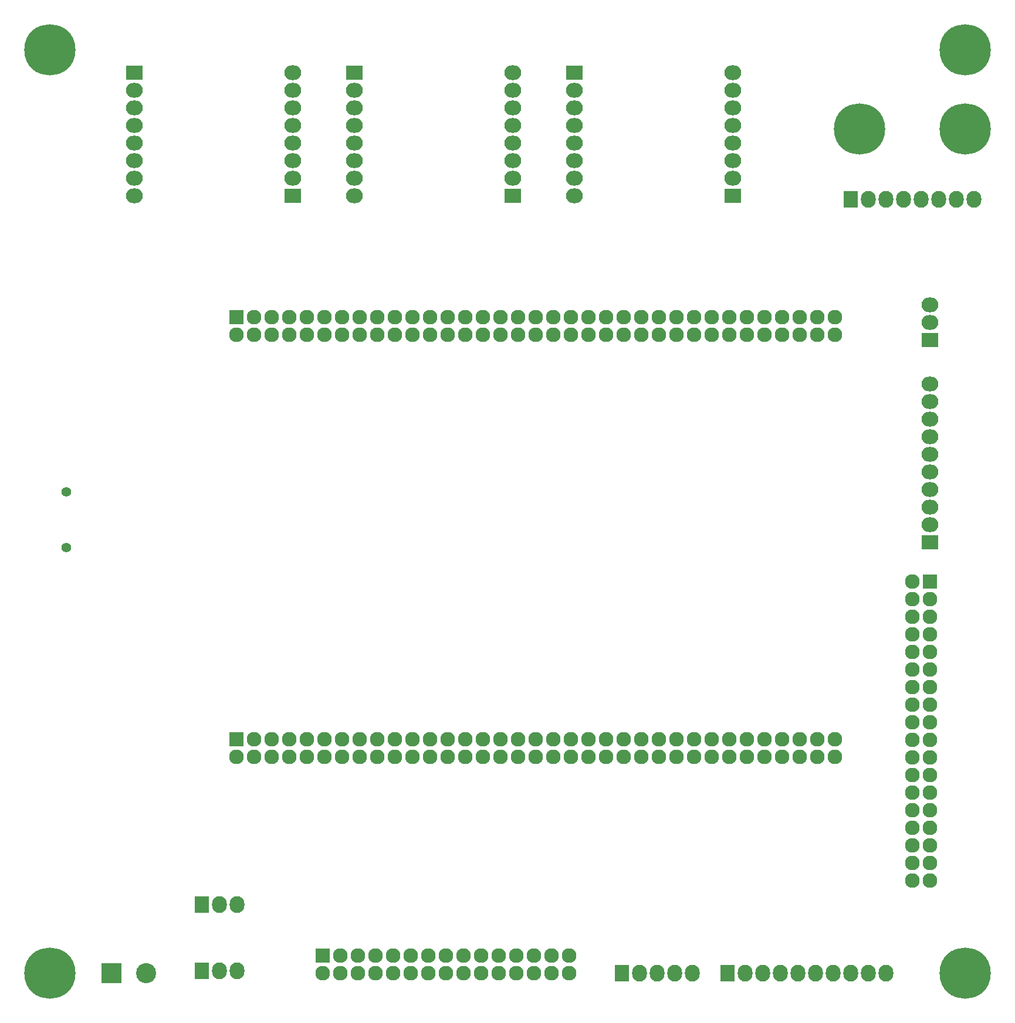
<source format=gbr>
G04 #@! TF.FileFunction,Soldermask,Bot*
%FSLAX46Y46*%
G04 Gerber Fmt 4.6, Leading zero omitted, Abs format (unit mm)*
G04 Created by KiCad (PCBNEW 4.0.5) date 02/11/17 17:25:21*
%MOMM*%
%LPD*%
G01*
G04 APERTURE LIST*
%ADD10C,0.100000*%
%ADD11R,2.127200X2.127200*%
%ADD12O,2.127200X2.127200*%
%ADD13R,2.900000X2.900000*%
%ADD14C,2.900000*%
%ADD15R,2.127200X2.432000*%
%ADD16O,2.127200X2.432000*%
%ADD17R,2.432000X2.127200*%
%ADD18O,2.432000X2.127200*%
%ADD19C,1.400000*%
%ADD20C,7.400000*%
%ADD21C,1.000000*%
G04 APERTURE END LIST*
D10*
D11*
X63754000Y-126238000D03*
D12*
X63754000Y-128778000D03*
X66294000Y-126238000D03*
X66294000Y-128778000D03*
X68834000Y-126238000D03*
X68834000Y-128778000D03*
X71374000Y-126238000D03*
X71374000Y-128778000D03*
X73914000Y-126238000D03*
X73914000Y-128778000D03*
X76454000Y-126238000D03*
X76454000Y-128778000D03*
X78994000Y-126238000D03*
X78994000Y-128778000D03*
X81534000Y-126238000D03*
X81534000Y-128778000D03*
X84074000Y-126238000D03*
X84074000Y-128778000D03*
X86614000Y-126238000D03*
X86614000Y-128778000D03*
X89154000Y-126238000D03*
X89154000Y-128778000D03*
X91694000Y-126238000D03*
X91694000Y-128778000D03*
X94234000Y-126238000D03*
X94234000Y-128778000D03*
X96774000Y-126238000D03*
X96774000Y-128778000D03*
X99314000Y-126238000D03*
X99314000Y-128778000D03*
X101854000Y-126238000D03*
X101854000Y-128778000D03*
X104394000Y-126238000D03*
X104394000Y-128778000D03*
X106934000Y-126238000D03*
X106934000Y-128778000D03*
X109474000Y-126238000D03*
X109474000Y-128778000D03*
X112014000Y-126238000D03*
X112014000Y-128778000D03*
X114554000Y-126238000D03*
X114554000Y-128778000D03*
X117094000Y-126238000D03*
X117094000Y-128778000D03*
X119634000Y-126238000D03*
X119634000Y-128778000D03*
X122174000Y-126238000D03*
X122174000Y-128778000D03*
X124714000Y-126238000D03*
X124714000Y-128778000D03*
X127254000Y-126238000D03*
X127254000Y-128778000D03*
X129794000Y-126238000D03*
X129794000Y-128778000D03*
X132334000Y-126238000D03*
X132334000Y-128778000D03*
X134874000Y-126238000D03*
X134874000Y-128778000D03*
X137414000Y-126238000D03*
X137414000Y-128778000D03*
X139954000Y-126238000D03*
X139954000Y-128778000D03*
X142494000Y-126238000D03*
X142494000Y-128778000D03*
X145034000Y-126238000D03*
X145034000Y-128778000D03*
X147574000Y-126238000D03*
X147574000Y-128778000D03*
X150114000Y-126238000D03*
X150114000Y-128778000D03*
D13*
X45720000Y-160020000D03*
D14*
X50720000Y-160020000D03*
D15*
X152400000Y-48260000D03*
D16*
X154940000Y-48260000D03*
X157480000Y-48260000D03*
X160020000Y-48260000D03*
X162560000Y-48260000D03*
X165100000Y-48260000D03*
X167640000Y-48260000D03*
X170180000Y-48260000D03*
D11*
X63754000Y-65278000D03*
D12*
X63754000Y-67818000D03*
X66294000Y-65278000D03*
X66294000Y-67818000D03*
X68834000Y-65278000D03*
X68834000Y-67818000D03*
X71374000Y-65278000D03*
X71374000Y-67818000D03*
X73914000Y-65278000D03*
X73914000Y-67818000D03*
X76454000Y-65278000D03*
X76454000Y-67818000D03*
X78994000Y-65278000D03*
X78994000Y-67818000D03*
X81534000Y-65278000D03*
X81534000Y-67818000D03*
X84074000Y-65278000D03*
X84074000Y-67818000D03*
X86614000Y-65278000D03*
X86614000Y-67818000D03*
X89154000Y-65278000D03*
X89154000Y-67818000D03*
X91694000Y-65278000D03*
X91694000Y-67818000D03*
X94234000Y-65278000D03*
X94234000Y-67818000D03*
X96774000Y-65278000D03*
X96774000Y-67818000D03*
X99314000Y-65278000D03*
X99314000Y-67818000D03*
X101854000Y-65278000D03*
X101854000Y-67818000D03*
X104394000Y-65278000D03*
X104394000Y-67818000D03*
X106934000Y-65278000D03*
X106934000Y-67818000D03*
X109474000Y-65278000D03*
X109474000Y-67818000D03*
X112014000Y-65278000D03*
X112014000Y-67818000D03*
X114554000Y-65278000D03*
X114554000Y-67818000D03*
X117094000Y-65278000D03*
X117094000Y-67818000D03*
X119634000Y-65278000D03*
X119634000Y-67818000D03*
X122174000Y-65278000D03*
X122174000Y-67818000D03*
X124714000Y-65278000D03*
X124714000Y-67818000D03*
X127254000Y-65278000D03*
X127254000Y-67818000D03*
X129794000Y-65278000D03*
X129794000Y-67818000D03*
X132334000Y-65278000D03*
X132334000Y-67818000D03*
X134874000Y-65278000D03*
X134874000Y-67818000D03*
X137414000Y-65278000D03*
X137414000Y-67818000D03*
X139954000Y-65278000D03*
X139954000Y-67818000D03*
X142494000Y-65278000D03*
X142494000Y-67818000D03*
X145034000Y-65278000D03*
X145034000Y-67818000D03*
X147574000Y-65278000D03*
X147574000Y-67818000D03*
X150114000Y-65278000D03*
X150114000Y-67818000D03*
D15*
X134620000Y-160020000D03*
D16*
X137160000Y-160020000D03*
X139700000Y-160020000D03*
X142240000Y-160020000D03*
X144780000Y-160020000D03*
X147320000Y-160020000D03*
X149860000Y-160020000D03*
X152400000Y-160020000D03*
X154940000Y-160020000D03*
X157480000Y-160020000D03*
D15*
X119380000Y-160020000D03*
D16*
X121920000Y-160020000D03*
X124460000Y-160020000D03*
X127000000Y-160020000D03*
X129540000Y-160020000D03*
D17*
X49022000Y-29972000D03*
D18*
X49022000Y-32512000D03*
X49022000Y-35052000D03*
X49022000Y-37592000D03*
X49022000Y-40132000D03*
X49022000Y-42672000D03*
X49022000Y-45212000D03*
X49022000Y-47752000D03*
D17*
X80772000Y-29972000D03*
D18*
X80772000Y-32512000D03*
X80772000Y-35052000D03*
X80772000Y-37592000D03*
X80772000Y-40132000D03*
X80772000Y-42672000D03*
X80772000Y-45212000D03*
X80772000Y-47752000D03*
D17*
X112522000Y-29972000D03*
D18*
X112522000Y-32512000D03*
X112522000Y-35052000D03*
X112522000Y-37592000D03*
X112522000Y-40132000D03*
X112522000Y-42672000D03*
X112522000Y-45212000D03*
X112522000Y-47752000D03*
D17*
X71882000Y-47752000D03*
D18*
X71882000Y-45212000D03*
X71882000Y-42672000D03*
X71882000Y-40132000D03*
X71882000Y-37592000D03*
X71882000Y-35052000D03*
X71882000Y-32512000D03*
X71882000Y-29972000D03*
D17*
X103632000Y-47752000D03*
D18*
X103632000Y-45212000D03*
X103632000Y-42672000D03*
X103632000Y-40132000D03*
X103632000Y-37592000D03*
X103632000Y-35052000D03*
X103632000Y-32512000D03*
X103632000Y-29972000D03*
D17*
X135382000Y-47752000D03*
D18*
X135382000Y-45212000D03*
X135382000Y-42672000D03*
X135382000Y-40132000D03*
X135382000Y-37592000D03*
X135382000Y-35052000D03*
X135382000Y-32512000D03*
X135382000Y-29972000D03*
D19*
X39246000Y-90554000D03*
X39246000Y-98554000D03*
D15*
X58737500Y-150177500D03*
D16*
X61277500Y-150177500D03*
X63817500Y-150177500D03*
D15*
X58737500Y-159702500D03*
D16*
X61277500Y-159702500D03*
X63817500Y-159702500D03*
D17*
X163830000Y-68580000D03*
D18*
X163830000Y-66040000D03*
X163830000Y-63500000D03*
D17*
X163830000Y-97790000D03*
D18*
X163830000Y-95250000D03*
X163830000Y-92710000D03*
X163830000Y-90170000D03*
X163830000Y-87630000D03*
X163830000Y-85090000D03*
X163830000Y-82550000D03*
X163830000Y-80010000D03*
X163830000Y-77470000D03*
X163830000Y-74930000D03*
D11*
X163830000Y-103505000D03*
D12*
X161290000Y-103505000D03*
X163830000Y-106045000D03*
X161290000Y-106045000D03*
X163830000Y-108585000D03*
X161290000Y-108585000D03*
X163830000Y-111125000D03*
X161290000Y-111125000D03*
X163830000Y-113665000D03*
X161290000Y-113665000D03*
X163830000Y-116205000D03*
X161290000Y-116205000D03*
X163830000Y-118745000D03*
X161290000Y-118745000D03*
X163830000Y-121285000D03*
X161290000Y-121285000D03*
X163830000Y-123825000D03*
X161290000Y-123825000D03*
X163830000Y-126365000D03*
X161290000Y-126365000D03*
X163830000Y-128905000D03*
X161290000Y-128905000D03*
X163830000Y-131445000D03*
X161290000Y-131445000D03*
X163830000Y-133985000D03*
X161290000Y-133985000D03*
X163830000Y-136525000D03*
X161290000Y-136525000D03*
X163830000Y-139065000D03*
X161290000Y-139065000D03*
X163830000Y-141605000D03*
X161290000Y-141605000D03*
X163830000Y-144145000D03*
X161290000Y-144145000D03*
X163830000Y-146685000D03*
X161290000Y-146685000D03*
D11*
X76200000Y-157480000D03*
D12*
X76200000Y-160020000D03*
X78740000Y-157480000D03*
X78740000Y-160020000D03*
X81280000Y-157480000D03*
X81280000Y-160020000D03*
X83820000Y-157480000D03*
X83820000Y-160020000D03*
X86360000Y-157480000D03*
X86360000Y-160020000D03*
X88900000Y-157480000D03*
X88900000Y-160020000D03*
X91440000Y-157480000D03*
X91440000Y-160020000D03*
X93980000Y-157480000D03*
X93980000Y-160020000D03*
X96520000Y-157480000D03*
X96520000Y-160020000D03*
X99060000Y-157480000D03*
X99060000Y-160020000D03*
X101600000Y-157480000D03*
X101600000Y-160020000D03*
X104140000Y-157480000D03*
X104140000Y-160020000D03*
X106680000Y-157480000D03*
X106680000Y-160020000D03*
X109220000Y-157480000D03*
X109220000Y-160020000D03*
X111760000Y-157480000D03*
X111760000Y-160020000D03*
D20*
X36830000Y-26670000D03*
D21*
X39455000Y-26670000D03*
X38686155Y-28526155D03*
X36830000Y-29295000D03*
X34973845Y-28526155D03*
X34205000Y-26670000D03*
X34973845Y-24813845D03*
X36830000Y-24045000D03*
X38686155Y-24813845D03*
D20*
X168910000Y-26670000D03*
D21*
X171535000Y-26670000D03*
X170766155Y-28526155D03*
X168910000Y-29295000D03*
X167053845Y-28526155D03*
X166285000Y-26670000D03*
X167053845Y-24813845D03*
X168910000Y-24045000D03*
X170766155Y-24813845D03*
D20*
X168910000Y-160020000D03*
D21*
X171535000Y-160020000D03*
X170766155Y-161876155D03*
X168910000Y-162645000D03*
X167053845Y-161876155D03*
X166285000Y-160020000D03*
X167053845Y-158163845D03*
X168910000Y-157395000D03*
X170766155Y-158163845D03*
D20*
X36830000Y-160020000D03*
D21*
X39455000Y-160020000D03*
X38686155Y-161876155D03*
X36830000Y-162645000D03*
X34973845Y-161876155D03*
X34205000Y-160020000D03*
X34973845Y-158163845D03*
X36830000Y-157395000D03*
X38686155Y-158163845D03*
D20*
X168910000Y-38100000D03*
D21*
X171535000Y-38100000D03*
X170766155Y-39956155D03*
X168910000Y-40725000D03*
X167053845Y-39956155D03*
X166285000Y-38100000D03*
X167053845Y-36243845D03*
X168910000Y-35475000D03*
X170766155Y-36243845D03*
D20*
X153670000Y-38100000D03*
D21*
X156295000Y-38100000D03*
X155526155Y-39956155D03*
X153670000Y-40725000D03*
X151813845Y-39956155D03*
X151045000Y-38100000D03*
X151813845Y-36243845D03*
X153670000Y-35475000D03*
X155526155Y-36243845D03*
M02*

</source>
